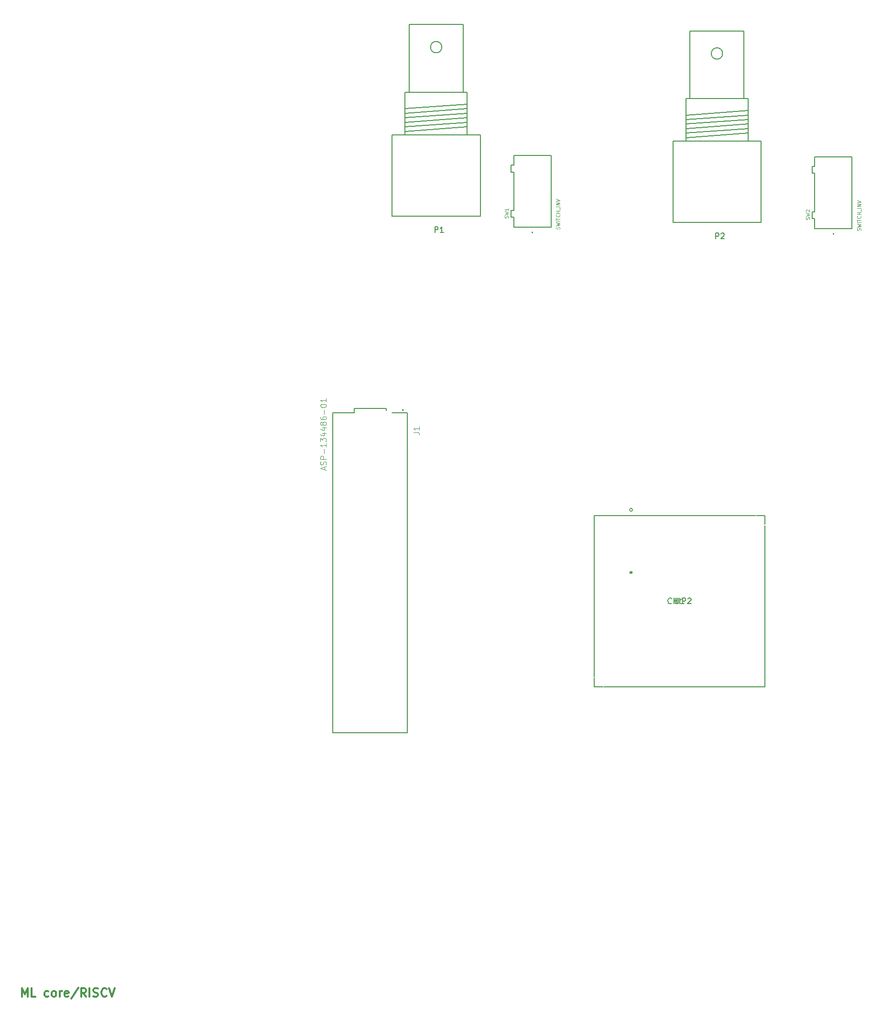
<source format=gbr>
G04 #@! TF.FileFunction,Legend,Top*
%FSLAX46Y46*%
G04 Gerber Fmt 4.6, Leading zero omitted, Abs format (unit mm)*
G04 Created by KiCad (PCBNEW 4.0.4-snap1-stable) date Wed Apr 29 16:08:13 2020*
%MOMM*%
%LPD*%
G01*
G04 APERTURE LIST*
%ADD10C,0.100000*%
%ADD11C,0.300000*%
%ADD12C,0.200000*%
%ADD13C,0.150000*%
%ADD14C,0.152400*%
%ADD15C,0.127000*%
%ADD16C,0.050000*%
G04 APERTURE END LIST*
D10*
D11*
X69112858Y-165778571D02*
X69112858Y-164278571D01*
X69612858Y-165350000D01*
X70112858Y-164278571D01*
X70112858Y-165778571D01*
X71541430Y-165778571D02*
X70827144Y-165778571D01*
X70827144Y-164278571D01*
X73827144Y-165707143D02*
X73684287Y-165778571D01*
X73398573Y-165778571D01*
X73255715Y-165707143D01*
X73184287Y-165635714D01*
X73112858Y-165492857D01*
X73112858Y-165064286D01*
X73184287Y-164921429D01*
X73255715Y-164850000D01*
X73398573Y-164778571D01*
X73684287Y-164778571D01*
X73827144Y-164850000D01*
X74684287Y-165778571D02*
X74541429Y-165707143D01*
X74470001Y-165635714D01*
X74398572Y-165492857D01*
X74398572Y-165064286D01*
X74470001Y-164921429D01*
X74541429Y-164850000D01*
X74684287Y-164778571D01*
X74898572Y-164778571D01*
X75041429Y-164850000D01*
X75112858Y-164921429D01*
X75184287Y-165064286D01*
X75184287Y-165492857D01*
X75112858Y-165635714D01*
X75041429Y-165707143D01*
X74898572Y-165778571D01*
X74684287Y-165778571D01*
X75827144Y-165778571D02*
X75827144Y-164778571D01*
X75827144Y-165064286D02*
X75898572Y-164921429D01*
X75970001Y-164850000D01*
X76112858Y-164778571D01*
X76255715Y-164778571D01*
X77327143Y-165707143D02*
X77184286Y-165778571D01*
X76898572Y-165778571D01*
X76755715Y-165707143D01*
X76684286Y-165564286D01*
X76684286Y-164992857D01*
X76755715Y-164850000D01*
X76898572Y-164778571D01*
X77184286Y-164778571D01*
X77327143Y-164850000D01*
X77398572Y-164992857D01*
X77398572Y-165135714D01*
X76684286Y-165278571D01*
X79112857Y-164207143D02*
X77827143Y-166135714D01*
X80470001Y-165778571D02*
X79970001Y-165064286D01*
X79612858Y-165778571D02*
X79612858Y-164278571D01*
X80184286Y-164278571D01*
X80327144Y-164350000D01*
X80398572Y-164421429D01*
X80470001Y-164564286D01*
X80470001Y-164778571D01*
X80398572Y-164921429D01*
X80327144Y-164992857D01*
X80184286Y-165064286D01*
X79612858Y-165064286D01*
X81112858Y-165778571D02*
X81112858Y-164278571D01*
X81755715Y-165707143D02*
X81970001Y-165778571D01*
X82327144Y-165778571D01*
X82470001Y-165707143D01*
X82541430Y-165635714D01*
X82612858Y-165492857D01*
X82612858Y-165350000D01*
X82541430Y-165207143D01*
X82470001Y-165135714D01*
X82327144Y-165064286D01*
X82041430Y-164992857D01*
X81898572Y-164921429D01*
X81827144Y-164850000D01*
X81755715Y-164707143D01*
X81755715Y-164564286D01*
X81827144Y-164421429D01*
X81898572Y-164350000D01*
X82041430Y-164278571D01*
X82398572Y-164278571D01*
X82612858Y-164350000D01*
X84112858Y-165635714D02*
X84041429Y-165707143D01*
X83827143Y-165778571D01*
X83684286Y-165778571D01*
X83470001Y-165707143D01*
X83327143Y-165564286D01*
X83255715Y-165421429D01*
X83184286Y-165135714D01*
X83184286Y-164921429D01*
X83255715Y-164635714D01*
X83327143Y-164492857D01*
X83470001Y-164350000D01*
X83684286Y-164278571D01*
X83827143Y-164278571D01*
X84041429Y-164350000D01*
X84112858Y-164421429D01*
X84541429Y-164278571D02*
X85041429Y-165778571D01*
X85541429Y-164278571D01*
D12*
X136700000Y-61900000D02*
G75*
G03X136700000Y-61900000I-100000J0D01*
G01*
X124185000Y-119065000D02*
X137415000Y-119065000D01*
X137415000Y-119065000D02*
X137415000Y-62435000D01*
X137415000Y-62435000D02*
X134700000Y-62435000D01*
X133650000Y-61635000D02*
X127950000Y-61635000D01*
X127950000Y-61635000D02*
X127950000Y-62435000D01*
X127950000Y-62435000D02*
X124185000Y-62435000D01*
X124185000Y-62435000D02*
X124185000Y-119065000D01*
X133650000Y-61635000D02*
X133650000Y-62000000D01*
D13*
X136990900Y-8579160D02*
X147989100Y-7779060D01*
X136990900Y-9379260D02*
X147989100Y-8579160D01*
X136990900Y-10179360D02*
X147989100Y-9379260D01*
X136990900Y-10979460D02*
X147989100Y-10179360D01*
X136990900Y-11779560D02*
X147989100Y-10979460D01*
X136990900Y-12579660D02*
X147989100Y-11779560D01*
X143490760Y2319980D02*
G75*
G03X143490760Y2319980I-1000760J0D01*
G01*
X147290600Y-5681020D02*
X147290600Y6320480D01*
X147290600Y6320480D02*
X137689400Y6320480D01*
X137689400Y6320480D02*
X137689400Y-5681020D01*
X147989100Y-13179100D02*
X147989100Y-5681020D01*
X147989100Y-5681020D02*
X136990900Y-5681020D01*
X136990900Y-5681020D02*
X136990900Y-13179100D01*
X134689660Y-27580900D02*
X150290340Y-27580900D01*
X150290340Y-27580900D02*
X150290340Y-13179100D01*
X150290340Y-13179100D02*
X134689660Y-13179100D01*
X134689660Y-13179100D02*
X134689660Y-27580900D01*
X186720900Y-9699160D02*
X197719100Y-8899060D01*
X186720900Y-10499260D02*
X197719100Y-9699160D01*
X186720900Y-11299360D02*
X197719100Y-10499260D01*
X186720900Y-12099460D02*
X197719100Y-11299360D01*
X186720900Y-12899560D02*
X197719100Y-12099460D01*
X186720900Y-13699660D02*
X197719100Y-12899560D01*
X193220760Y1199980D02*
G75*
G03X193220760Y1199980I-1000760J0D01*
G01*
X197020600Y-6801020D02*
X197020600Y5200480D01*
X197020600Y5200480D02*
X187419400Y5200480D01*
X187419400Y5200480D02*
X187419400Y-6801020D01*
X197719100Y-14299100D02*
X197719100Y-6801020D01*
X197719100Y-6801020D02*
X186720900Y-6801020D01*
X186720900Y-6801020D02*
X186720900Y-14299100D01*
X184419660Y-28700900D02*
X200020340Y-28700900D01*
X200020340Y-28700900D02*
X200020340Y-14299100D01*
X200020340Y-14299100D02*
X184419660Y-14299100D01*
X184419660Y-14299100D02*
X184419660Y-28700900D01*
D14*
X170459500Y-110888401D02*
X172006536Y-110888401D01*
X200736300Y-110888401D02*
X200736300Y-82341164D01*
X200736300Y-80611601D02*
X199189264Y-80611601D01*
X170459500Y-80611601D02*
X170459500Y-109158837D01*
X172189064Y-110888401D02*
X200736300Y-110888401D01*
X170459500Y-109341364D02*
X170459500Y-110888401D01*
X200736300Y-82158637D02*
X200736300Y-80611601D01*
X199006736Y-80611601D02*
X170459500Y-80611601D01*
X177254000Y-79570000D02*
G75*
G03X177254000Y-79570000I-254000J0D01*
G01*
D12*
X212950000Y-30720000D02*
G75*
G03X212950000Y-30720000I-100000J0D01*
G01*
D15*
X209550000Y-29770000D02*
X216150000Y-29770000D01*
X216150000Y-29770000D02*
X216150000Y-17070000D01*
X216150000Y-17070000D02*
X209550000Y-17070000D01*
X209550000Y-17070000D02*
X209550000Y-18820000D01*
X209550000Y-18820000D02*
X209050000Y-18820000D01*
X209050000Y-18820000D02*
X209050000Y-20020000D01*
X209050000Y-20020000D02*
X209550000Y-20020000D01*
X209550000Y-20020000D02*
X209550000Y-26820000D01*
X209550000Y-26820000D02*
X209050000Y-26820000D01*
X209050000Y-26820000D02*
X209050000Y-28020000D01*
X209050000Y-28020000D02*
X209550000Y-28020000D01*
X209550000Y-28020000D02*
X209550000Y-29770000D01*
D12*
X159630000Y-30470000D02*
G75*
G03X159630000Y-30470000I-100000J0D01*
G01*
D15*
X156230000Y-29520000D02*
X162830000Y-29520000D01*
X162830000Y-29520000D02*
X162830000Y-16820000D01*
X162830000Y-16820000D02*
X156230000Y-16820000D01*
X156230000Y-16820000D02*
X156230000Y-18570000D01*
X156230000Y-18570000D02*
X155730000Y-18570000D01*
X155730000Y-18570000D02*
X155730000Y-19770000D01*
X155730000Y-19770000D02*
X156230000Y-19770000D01*
X156230000Y-19770000D02*
X156230000Y-26570000D01*
X156230000Y-26570000D02*
X155730000Y-26570000D01*
X155730000Y-26570000D02*
X155730000Y-27770000D01*
X155730000Y-27770000D02*
X156230000Y-27770000D01*
X156230000Y-27770000D02*
X156230000Y-29520000D01*
D16*
X138507690Y-65878634D02*
X139224547Y-65878634D01*
X139367918Y-65926424D01*
X139463499Y-66022005D01*
X139511290Y-66165377D01*
X139511290Y-66260958D01*
X139511290Y-64875033D02*
X139511290Y-65448519D01*
X139511290Y-65161776D02*
X138507690Y-65161776D01*
X138651061Y-65257357D01*
X138746642Y-65352938D01*
X138794432Y-65448519D01*
X122710020Y-72464920D02*
X122710020Y-71987063D01*
X122996734Y-72560492D02*
X121993234Y-72225992D01*
X122996734Y-71891492D01*
X122948949Y-71604777D02*
X122996734Y-71461420D01*
X122996734Y-71222491D01*
X122948949Y-71126920D01*
X122901163Y-71079134D01*
X122805591Y-71031349D01*
X122710020Y-71031349D01*
X122614449Y-71079134D01*
X122566663Y-71126920D01*
X122518877Y-71222491D01*
X122471091Y-71413634D01*
X122423306Y-71509206D01*
X122375520Y-71556991D01*
X122279949Y-71604777D01*
X122184377Y-71604777D01*
X122088806Y-71556991D01*
X122041020Y-71509206D01*
X121993234Y-71413634D01*
X121993234Y-71174706D01*
X122041020Y-71031349D01*
X122996734Y-70601277D02*
X121993234Y-70601277D01*
X121993234Y-70218992D01*
X122041020Y-70123420D01*
X122088806Y-70075635D01*
X122184377Y-70027849D01*
X122327734Y-70027849D01*
X122423306Y-70075635D01*
X122471091Y-70123420D01*
X122518877Y-70218992D01*
X122518877Y-70601277D01*
X122614449Y-69597777D02*
X122614449Y-68833206D01*
X122996734Y-67829706D02*
X122996734Y-68403134D01*
X122996734Y-68116420D02*
X121993234Y-68116420D01*
X122136591Y-68211991D01*
X122232163Y-68307563D01*
X122279949Y-68403134D01*
X121993234Y-67495206D02*
X121993234Y-66873992D01*
X122375520Y-67208492D01*
X122375520Y-67065134D01*
X122423306Y-66969563D01*
X122471091Y-66921777D01*
X122566663Y-66873992D01*
X122805591Y-66873992D01*
X122901163Y-66921777D01*
X122948949Y-66969563D01*
X122996734Y-67065134D01*
X122996734Y-67351849D01*
X122948949Y-67447420D01*
X122901163Y-67495206D01*
X122327734Y-66013849D02*
X122996734Y-66013849D01*
X121945449Y-66252778D02*
X122662234Y-66491706D01*
X122662234Y-65870492D01*
X122327734Y-65058135D02*
X122996734Y-65058135D01*
X121945449Y-65297064D02*
X122662234Y-65535992D01*
X122662234Y-64914778D01*
X122423306Y-64389135D02*
X122375520Y-64484707D01*
X122327734Y-64532492D01*
X122232163Y-64580278D01*
X122184377Y-64580278D01*
X122088806Y-64532492D01*
X122041020Y-64484707D01*
X121993234Y-64389135D01*
X121993234Y-64197992D01*
X122041020Y-64102421D01*
X122088806Y-64054635D01*
X122184377Y-64006850D01*
X122232163Y-64006850D01*
X122327734Y-64054635D01*
X122375520Y-64102421D01*
X122423306Y-64197992D01*
X122423306Y-64389135D01*
X122471091Y-64484707D01*
X122518877Y-64532492D01*
X122614449Y-64580278D01*
X122805591Y-64580278D01*
X122901163Y-64532492D01*
X122948949Y-64484707D01*
X122996734Y-64389135D01*
X122996734Y-64197992D01*
X122948949Y-64102421D01*
X122901163Y-64054635D01*
X122805591Y-64006850D01*
X122614449Y-64006850D01*
X122518877Y-64054635D01*
X122471091Y-64102421D01*
X122423306Y-64197992D01*
X121993234Y-63146707D02*
X121993234Y-63337850D01*
X122041020Y-63433421D01*
X122088806Y-63481207D01*
X122232163Y-63576778D01*
X122423306Y-63624564D01*
X122805591Y-63624564D01*
X122901163Y-63576778D01*
X122948949Y-63528993D01*
X122996734Y-63433421D01*
X122996734Y-63242278D01*
X122948949Y-63146707D01*
X122901163Y-63098921D01*
X122805591Y-63051136D01*
X122566663Y-63051136D01*
X122471091Y-63098921D01*
X122423306Y-63146707D01*
X122375520Y-63242278D01*
X122375520Y-63433421D01*
X122423306Y-63528993D01*
X122471091Y-63576778D01*
X122566663Y-63624564D01*
X122614449Y-62621064D02*
X122614449Y-61856493D01*
X121993234Y-61187493D02*
X121993234Y-61091921D01*
X122041020Y-60996350D01*
X122088806Y-60948564D01*
X122184377Y-60900778D01*
X122375520Y-60852993D01*
X122614449Y-60852993D01*
X122805591Y-60900778D01*
X122901163Y-60948564D01*
X122948949Y-60996350D01*
X122996734Y-61091921D01*
X122996734Y-61187493D01*
X122948949Y-61283064D01*
X122901163Y-61330850D01*
X122805591Y-61378635D01*
X122614449Y-61426421D01*
X122375520Y-61426421D01*
X122184377Y-61378635D01*
X122088806Y-61330850D01*
X122041020Y-61283064D01*
X121993234Y-61187493D01*
X122996734Y-59897279D02*
X122996734Y-60470707D01*
X122996734Y-60183993D02*
X121993234Y-60183993D01*
X122136591Y-60279564D01*
X122232163Y-60375136D01*
X122279949Y-60470707D01*
D13*
X142259905Y-30484381D02*
X142259905Y-29484381D01*
X142640858Y-29484381D01*
X142736096Y-29532000D01*
X142783715Y-29579619D01*
X142831334Y-29674857D01*
X142831334Y-29817714D01*
X142783715Y-29912952D01*
X142736096Y-29960571D01*
X142640858Y-30008190D01*
X142259905Y-30008190D01*
X143783715Y-30484381D02*
X143212286Y-30484381D01*
X143498000Y-30484381D02*
X143498000Y-29484381D01*
X143402762Y-29627238D01*
X143307524Y-29722476D01*
X143212286Y-29770095D01*
X191989905Y-31604381D02*
X191989905Y-30604381D01*
X192370858Y-30604381D01*
X192466096Y-30652000D01*
X192513715Y-30699619D01*
X192561334Y-30794857D01*
X192561334Y-30937714D01*
X192513715Y-31032952D01*
X192466096Y-31080571D01*
X192370858Y-31128190D01*
X191989905Y-31128190D01*
X192942286Y-30699619D02*
X192989905Y-30652000D01*
X193085143Y-30604381D01*
X193323239Y-30604381D01*
X193418477Y-30652000D01*
X193466096Y-30699619D01*
X193513715Y-30794857D01*
X193513715Y-30890095D01*
X193466096Y-31032952D01*
X192894667Y-31604381D01*
X193513715Y-31604381D01*
X184835995Y-95202382D02*
X184835995Y-96011906D01*
X184883614Y-96107144D01*
X184931233Y-96154763D01*
X185026471Y-96202382D01*
X185216948Y-96202382D01*
X185312186Y-96154763D01*
X185359805Y-96107144D01*
X185407424Y-96011906D01*
X185407424Y-95202382D01*
X186407424Y-96202382D02*
X185835995Y-96202382D01*
X186121709Y-96202382D02*
X186121709Y-95202382D01*
X186026471Y-95345239D01*
X185931233Y-95440477D01*
X185835995Y-95488096D01*
X184169329Y-96107144D02*
X184121710Y-96154763D01*
X183978853Y-96202382D01*
X183883615Y-96202382D01*
X183740757Y-96154763D01*
X183645519Y-96059525D01*
X183597900Y-95964287D01*
X183550281Y-95773811D01*
X183550281Y-95630953D01*
X183597900Y-95440477D01*
X183645519Y-95345239D01*
X183740757Y-95250001D01*
X183883615Y-95202382D01*
X183978853Y-95202382D01*
X184121710Y-95250001D01*
X184169329Y-95297620D01*
X184597900Y-96202382D02*
X184597900Y-95202382D01*
X184597900Y-95678572D02*
X185169329Y-95678572D01*
X185169329Y-96202382D02*
X185169329Y-95202382D01*
X185645519Y-96202382D02*
X185645519Y-95202382D01*
X186121709Y-96202382D02*
X186121709Y-95202382D01*
X186502662Y-95202382D01*
X186597900Y-95250001D01*
X186645519Y-95297620D01*
X186693138Y-95392858D01*
X186693138Y-95535715D01*
X186645519Y-95630953D01*
X186597900Y-95678572D01*
X186502662Y-95726191D01*
X186121709Y-95726191D01*
X187074090Y-95297620D02*
X187121709Y-95250001D01*
X187216947Y-95202382D01*
X187455043Y-95202382D01*
X187550281Y-95250001D01*
X187597900Y-95297620D01*
X187645519Y-95392858D01*
X187645519Y-95488096D01*
X187597900Y-95630953D01*
X187026471Y-96202382D01*
X187645519Y-96202382D01*
X177000000Y-90452381D02*
X177000000Y-90690476D01*
X176761905Y-90595238D02*
X177000000Y-90690476D01*
X177238096Y-90595238D01*
X176857143Y-90880952D02*
X177000000Y-90690476D01*
X177142858Y-90880952D01*
D16*
X208562648Y-28162733D02*
X208593124Y-28071305D01*
X208593124Y-27918924D01*
X208562648Y-27857971D01*
X208532171Y-27827495D01*
X208471219Y-27797019D01*
X208410267Y-27797019D01*
X208349314Y-27827495D01*
X208318838Y-27857971D01*
X208288362Y-27918924D01*
X208257886Y-28040828D01*
X208227410Y-28101781D01*
X208196933Y-28132257D01*
X208135981Y-28162733D01*
X208075029Y-28162733D01*
X208014076Y-28132257D01*
X207983600Y-28101781D01*
X207953124Y-28040828D01*
X207953124Y-27888448D01*
X207983600Y-27797019D01*
X207953124Y-27583685D02*
X208593124Y-27431304D01*
X208135981Y-27309400D01*
X208593124Y-27187495D01*
X207953124Y-27035114D01*
X208014076Y-26821780D02*
X207983600Y-26791304D01*
X207953124Y-26730352D01*
X207953124Y-26577971D01*
X207983600Y-26517018D01*
X208014076Y-26486542D01*
X208075029Y-26456066D01*
X208135981Y-26456066D01*
X208227410Y-26486542D01*
X208593124Y-26852256D01*
X208593124Y-26456066D01*
X217655448Y-30108714D02*
X217685924Y-30017286D01*
X217685924Y-29864905D01*
X217655448Y-29803952D01*
X217624971Y-29773476D01*
X217564019Y-29743000D01*
X217503067Y-29743000D01*
X217442114Y-29773476D01*
X217411638Y-29803952D01*
X217381162Y-29864905D01*
X217350686Y-29986809D01*
X217320210Y-30047762D01*
X217289733Y-30078238D01*
X217228781Y-30108714D01*
X217167829Y-30108714D01*
X217106876Y-30078238D01*
X217076400Y-30047762D01*
X217045924Y-29986809D01*
X217045924Y-29834429D01*
X217076400Y-29743000D01*
X217045924Y-29529666D02*
X217685924Y-29377285D01*
X217228781Y-29255381D01*
X217685924Y-29133476D01*
X217045924Y-28981095D01*
X217685924Y-28737285D02*
X217045924Y-28737285D01*
X217045924Y-28523952D02*
X217045924Y-28158237D01*
X217685924Y-28341094D02*
X217045924Y-28341094D01*
X217624971Y-27579190D02*
X217655448Y-27609666D01*
X217685924Y-27701095D01*
X217685924Y-27762047D01*
X217655448Y-27853475D01*
X217594495Y-27914428D01*
X217533543Y-27944904D01*
X217411638Y-27975380D01*
X217320210Y-27975380D01*
X217198305Y-27944904D01*
X217137352Y-27914428D01*
X217076400Y-27853475D01*
X217045924Y-27762047D01*
X217045924Y-27701095D01*
X217076400Y-27609666D01*
X217106876Y-27579190D01*
X217685924Y-27304904D02*
X217045924Y-27304904D01*
X217350686Y-27304904D02*
X217350686Y-26939190D01*
X217685924Y-26939190D02*
X217045924Y-26939190D01*
X217746876Y-26786809D02*
X217746876Y-26299190D01*
X217685924Y-26146809D02*
X217045924Y-26146809D01*
X217685924Y-25842047D02*
X217045924Y-25842047D01*
X217685924Y-25476333D01*
X217045924Y-25476333D01*
X217045924Y-25263000D02*
X217685924Y-25049666D01*
X217045924Y-24836333D01*
X155242648Y-27912733D02*
X155273124Y-27821305D01*
X155273124Y-27668924D01*
X155242648Y-27607971D01*
X155212171Y-27577495D01*
X155151219Y-27547019D01*
X155090267Y-27547019D01*
X155029314Y-27577495D01*
X154998838Y-27607971D01*
X154968362Y-27668924D01*
X154937886Y-27790828D01*
X154907410Y-27851781D01*
X154876933Y-27882257D01*
X154815981Y-27912733D01*
X154755029Y-27912733D01*
X154694076Y-27882257D01*
X154663600Y-27851781D01*
X154633124Y-27790828D01*
X154633124Y-27638448D01*
X154663600Y-27547019D01*
X154633124Y-27333685D02*
X155273124Y-27181304D01*
X154815981Y-27059400D01*
X155273124Y-26937495D01*
X154633124Y-26785114D01*
X155273124Y-26206066D02*
X155273124Y-26571780D01*
X155273124Y-26388923D02*
X154633124Y-26388923D01*
X154724552Y-26449875D01*
X154785505Y-26510828D01*
X154815981Y-26571780D01*
X164335448Y-29858714D02*
X164365924Y-29767286D01*
X164365924Y-29614905D01*
X164335448Y-29553952D01*
X164304971Y-29523476D01*
X164244019Y-29493000D01*
X164183067Y-29493000D01*
X164122114Y-29523476D01*
X164091638Y-29553952D01*
X164061162Y-29614905D01*
X164030686Y-29736809D01*
X164000210Y-29797762D01*
X163969733Y-29828238D01*
X163908781Y-29858714D01*
X163847829Y-29858714D01*
X163786876Y-29828238D01*
X163756400Y-29797762D01*
X163725924Y-29736809D01*
X163725924Y-29584429D01*
X163756400Y-29493000D01*
X163725924Y-29279666D02*
X164365924Y-29127285D01*
X163908781Y-29005381D01*
X164365924Y-28883476D01*
X163725924Y-28731095D01*
X164365924Y-28487285D02*
X163725924Y-28487285D01*
X163725924Y-28273952D02*
X163725924Y-27908237D01*
X164365924Y-28091094D02*
X163725924Y-28091094D01*
X164304971Y-27329190D02*
X164335448Y-27359666D01*
X164365924Y-27451095D01*
X164365924Y-27512047D01*
X164335448Y-27603475D01*
X164274495Y-27664428D01*
X164213543Y-27694904D01*
X164091638Y-27725380D01*
X164000210Y-27725380D01*
X163878305Y-27694904D01*
X163817352Y-27664428D01*
X163756400Y-27603475D01*
X163725924Y-27512047D01*
X163725924Y-27451095D01*
X163756400Y-27359666D01*
X163786876Y-27329190D01*
X164365924Y-27054904D02*
X163725924Y-27054904D01*
X164030686Y-27054904D02*
X164030686Y-26689190D01*
X164365924Y-26689190D02*
X163725924Y-26689190D01*
X164426876Y-26536809D02*
X164426876Y-26049190D01*
X164365924Y-25896809D02*
X163725924Y-25896809D01*
X164365924Y-25592047D02*
X163725924Y-25592047D01*
X164365924Y-25226333D01*
X163725924Y-25226333D01*
X163725924Y-25013000D02*
X164365924Y-24799666D01*
X163725924Y-24586333D01*
M02*

</source>
